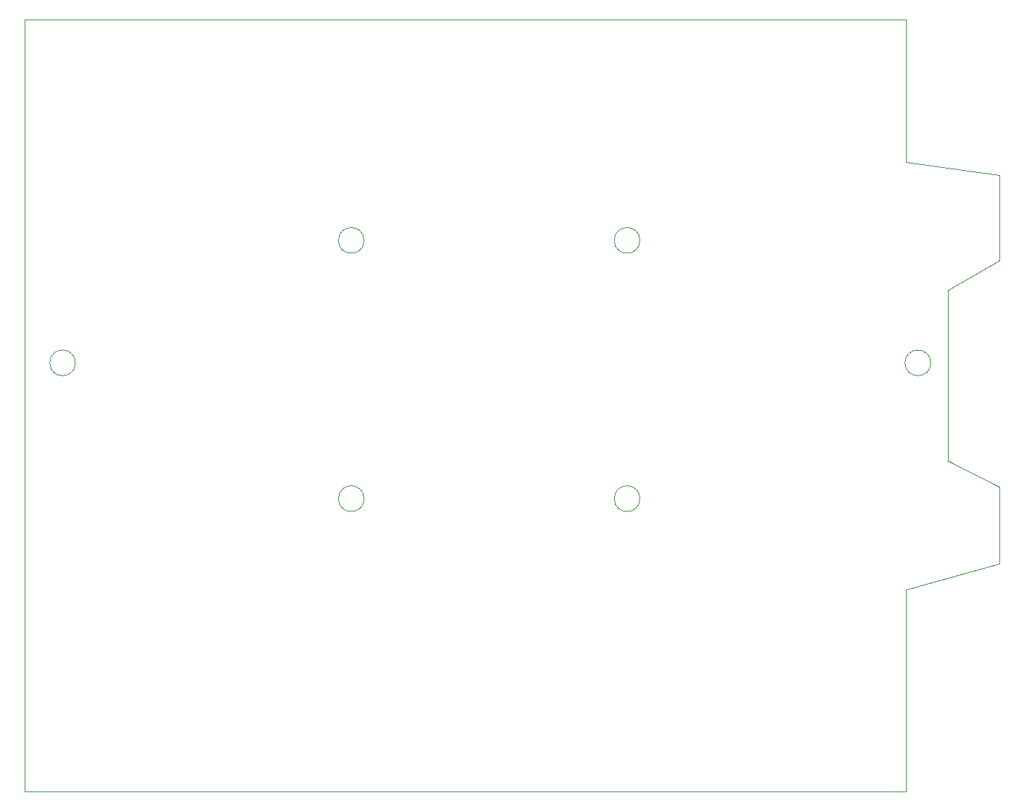
<source format=gbr>
%TF.GenerationSoftware,KiCad,Pcbnew,7.0.2-0*%
%TF.CreationDate,2023-08-29T20:24:27-04:00*%
%TF.ProjectId,MP2_DFN,4d50325f-4446-44e2-9e6b-696361645f70,rev?*%
%TF.SameCoordinates,Original*%
%TF.FileFunction,Profile,NP*%
%FSLAX46Y46*%
G04 Gerber Fmt 4.6, Leading zero omitted, Abs format (unit mm)*
G04 Created by KiCad (PCBNEW 7.0.2-0) date 2023-08-29 20:24:27*
%MOMM*%
%LPD*%
G01*
G04 APERTURE LIST*
%TA.AperFunction,Profile*%
%ADD10C,0.100000*%
%TD*%
G04 APERTURE END LIST*
D10*
X87250000Y-58166000D02*
G75*
G03*
X87250000Y-58166000I-1500000J0D01*
G01*
X153500000Y-72500000D02*
G75*
G03*
X153500000Y-72500000I-1500000J0D01*
G01*
X87250000Y-88392000D02*
G75*
G03*
X87250000Y-88392000I-1500000J0D01*
G01*
X119500000Y-88392000D02*
G75*
G03*
X119500000Y-88392000I-1500000J0D01*
G01*
X119500000Y-58166000D02*
G75*
G03*
X119500000Y-58166000I-1500000J0D01*
G01*
X53500000Y-72500000D02*
G75*
G03*
X53500000Y-72500000I-1500000J0D01*
G01*
X150635000Y-49000000D02*
X161500000Y-50500000D01*
X161500000Y-60500000D01*
X160950159Y-60821169D01*
X155508000Y-64000000D01*
X155508000Y-66548000D01*
X155508000Y-84000000D01*
X161500000Y-87000000D01*
X161500000Y-96000000D01*
X150619000Y-99000000D01*
X150619000Y-122635000D01*
X47587000Y-122635000D01*
X47587000Y-32300000D01*
X150635000Y-32300000D01*
X150635000Y-49000000D01*
M02*

</source>
